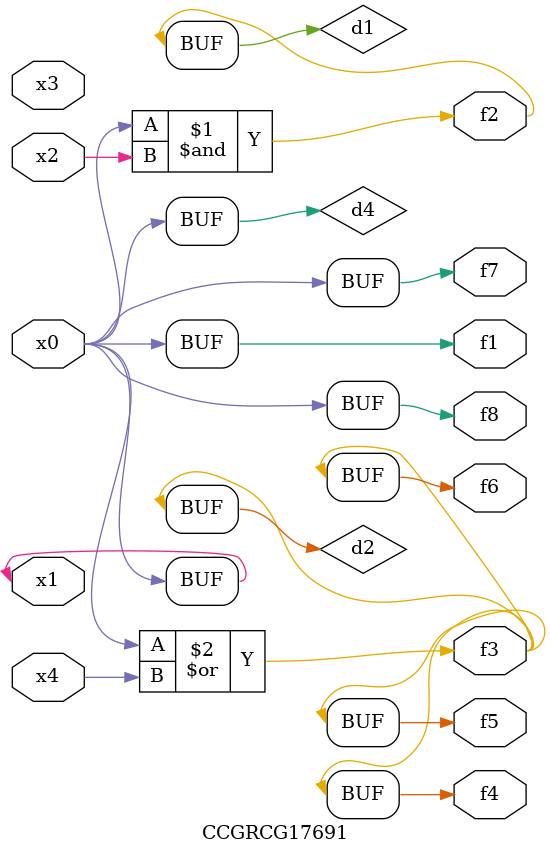
<source format=v>
module CCGRCG17691(
	input x0, x1, x2, x3, x4,
	output f1, f2, f3, f4, f5, f6, f7, f8
);

	wire d1, d2, d3, d4;

	and (d1, x0, x2);
	or (d2, x0, x4);
	nand (d3, x0, x2);
	buf (d4, x0, x1);
	assign f1 = d4;
	assign f2 = d1;
	assign f3 = d2;
	assign f4 = d2;
	assign f5 = d2;
	assign f6 = d2;
	assign f7 = d4;
	assign f8 = d4;
endmodule

</source>
